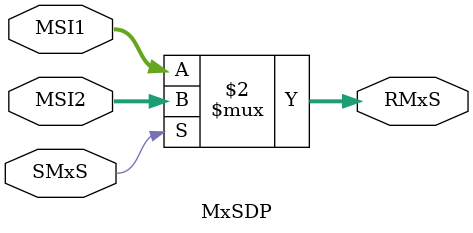
<source format=v>
`timescale 1ns/1ns

module MxSDP (
		
		//Entradas
		input [4:0]MSI1,
		input [4:0]MSI2,
		input SMxS,
		//Salidas
		output reg[4:0]RMxS

);

//2- Delcaracion de señales --> NA(No aplica)

//3- Cuerpo del modulo

//Case 0 = MSI1
//Case 1 = MSI2

//Bloque Always
always @* RMxS = SMxS ? MSI2:MSI1;

endmodule

</source>
